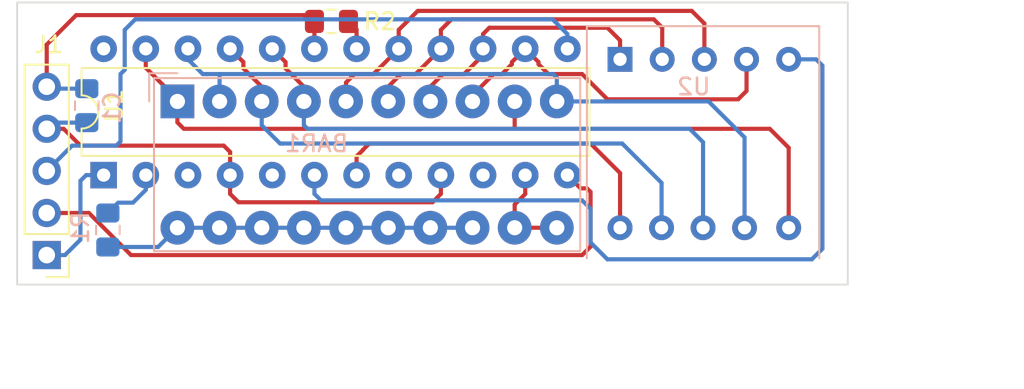
<source format=kicad_pcb>
(kicad_pcb (version 20171130) (host pcbnew 5.0.2+dfsg1-1)

  (general
    (thickness 1.6)
    (drawings 6)
    (tracks 174)
    (zones 0)
    (modules 7)
    (nets 20)
  )

  (page A4)
  (layers
    (0 F.Cu signal)
    (31 B.Cu signal)
    (32 B.Adhes user)
    (33 F.Adhes user)
    (34 B.Paste user)
    (35 F.Paste user)
    (36 B.SilkS user)
    (37 F.SilkS user)
    (38 B.Mask user)
    (39 F.Mask user)
    (40 Dwgs.User user)
    (41 Cmts.User user)
    (42 Eco1.User user)
    (43 Eco2.User user)
    (44 Edge.Cuts user)
    (45 Margin user)
    (46 B.CrtYd user)
    (47 F.CrtYd user)
    (48 B.Fab user)
    (49 F.Fab user)
  )

  (setup
    (last_trace_width 0.25)
    (trace_clearance 0.2)
    (zone_clearance 0.508)
    (zone_45_only no)
    (trace_min 0.2)
    (segment_width 0.2)
    (edge_width 0.1)
    (via_size 0.8)
    (via_drill 0.4)
    (via_min_size 0.4)
    (via_min_drill 0.3)
    (uvia_size 0.3)
    (uvia_drill 0.1)
    (uvias_allowed no)
    (uvia_min_size 0.2)
    (uvia_min_drill 0.1)
    (pcb_text_width 0.3)
    (pcb_text_size 1.5 1.5)
    (mod_edge_width 0.15)
    (mod_text_size 1 1)
    (mod_text_width 0.15)
    (pad_size 1.5 1.5)
    (pad_drill 0.6)
    (pad_to_mask_clearance 0)
    (solder_mask_min_width 0.25)
    (aux_axis_origin 0 0)
    (visible_elements FFFFFF7F)
    (pcbplotparams
      (layerselection 0x010f0_ffffffff)
      (usegerberextensions true)
      (usegerberattributes false)
      (usegerberadvancedattributes false)
      (creategerberjobfile false)
      (excludeedgelayer true)
      (linewidth 0.100000)
      (plotframeref false)
      (viasonmask false)
      (mode 1)
      (useauxorigin false)
      (hpglpennumber 1)
      (hpglpenspeed 20)
      (hpglpendiameter 15.000000)
      (psnegative false)
      (psa4output false)
      (plotreference true)
      (plotvalue true)
      (plotinvisibletext false)
      (padsonsilk false)
      (subtractmaskfromsilk false)
      (outputformat 1)
      (mirror false)
      (drillshape 0)
      (scaleselection 1)
      (outputdirectory "../out-disp/"))
  )

  (net 0 "")
  (net 1 "Net-(BAR1-Pad1)")
  (net 2 "Net-(BAR1-Pad10)")
  (net 3 "Net-(BAR1-Pad3)")
  (net 4 "Net-(BAR1-Pad4)")
  (net 5 "Net-(BAR1-Pad13)")
  (net 6 "Net-(BAR1-Pad5)")
  (net 7 "Net-(BAR1-Pad6)")
  (net 8 "Net-(BAR1-Pad7)")
  (net 9 "Net-(BAR1-Pad8)")
  (net 10 "Net-(BAR1-Pad11)")
  (net 11 "Net-(C1-Pad2)")
  (net 12 "Net-(J1-Pad1)")
  (net 13 "Net-(J1-Pad2)")
  (net 14 "Net-(J1-Pad3)")
  (net 15 "Net-(R2-Pad2)")
  (net 16 "Net-(U1-Pad6)")
  (net 17 "Net-(U1-Pad7)")
  (net 18 "Net-(C1-Pad1)")
  (net 19 "Net-(R1-Pad2)")

  (net_class Default "Это класс цепей по умолчанию."
    (clearance 0.2)
    (trace_width 0.25)
    (via_dia 0.8)
    (via_drill 0.4)
    (uvia_dia 0.3)
    (uvia_drill 0.1)
    (add_net "Net-(BAR1-Pad1)")
    (add_net "Net-(BAR1-Pad10)")
    (add_net "Net-(BAR1-Pad11)")
    (add_net "Net-(BAR1-Pad13)")
    (add_net "Net-(BAR1-Pad3)")
    (add_net "Net-(BAR1-Pad4)")
    (add_net "Net-(BAR1-Pad5)")
    (add_net "Net-(BAR1-Pad6)")
    (add_net "Net-(BAR1-Pad7)")
    (add_net "Net-(BAR1-Pad8)")
    (add_net "Net-(C1-Pad1)")
    (add_net "Net-(C1-Pad2)")
    (add_net "Net-(J1-Pad1)")
    (add_net "Net-(J1-Pad2)")
    (add_net "Net-(J1-Pad3)")
    (add_net "Net-(R1-Pad2)")
    (add_net "Net-(R2-Pad2)")
    (add_net "Net-(U1-Pad6)")
    (add_net "Net-(U1-Pad7)")
  )

  (module Connector_PinHeader_2.54mm:PinHeader_1x05_P2.54mm_Vertical (layer F.Cu) (tedit 59FED5CC) (tstamp 5DC3FE86)
    (at 125.476 82.296 180)
    (descr "Through hole straight pin header, 1x05, 2.54mm pitch, single row")
    (tags "Through hole pin header THT 1x05 2.54mm single row")
    (path /5DC2DEB0)
    (fp_text reference J1 (at -0.127 12.7 180) (layer F.SilkS)
      (effects (font (size 1 1) (thickness 0.15)))
    )
    (fp_text value Display (at 0 12.49 180) (layer F.Fab)
      (effects (font (size 1 1) (thickness 0.15)))
    )
    (fp_line (start -0.635 -1.27) (end 1.27 -1.27) (layer F.Fab) (width 0.1))
    (fp_line (start 1.27 -1.27) (end 1.27 11.43) (layer F.Fab) (width 0.1))
    (fp_line (start 1.27 11.43) (end -1.27 11.43) (layer F.Fab) (width 0.1))
    (fp_line (start -1.27 11.43) (end -1.27 -0.635) (layer F.Fab) (width 0.1))
    (fp_line (start -1.27 -0.635) (end -0.635 -1.27) (layer F.Fab) (width 0.1))
    (fp_line (start -1.33 11.49) (end 1.33 11.49) (layer F.SilkS) (width 0.12))
    (fp_line (start -1.33 1.27) (end -1.33 11.49) (layer F.SilkS) (width 0.12))
    (fp_line (start 1.33 1.27) (end 1.33 11.49) (layer F.SilkS) (width 0.12))
    (fp_line (start -1.33 1.27) (end 1.33 1.27) (layer F.SilkS) (width 0.12))
    (fp_line (start -1.33 0) (end -1.33 -1.33) (layer F.SilkS) (width 0.12))
    (fp_line (start -1.33 -1.33) (end 0 -1.33) (layer F.SilkS) (width 0.12))
    (fp_line (start -1.8 -1.8) (end -1.8 11.95) (layer F.CrtYd) (width 0.05))
    (fp_line (start -1.8 11.95) (end 1.8 11.95) (layer F.CrtYd) (width 0.05))
    (fp_line (start 1.8 11.95) (end 1.8 -1.8) (layer F.CrtYd) (width 0.05))
    (fp_line (start 1.8 -1.8) (end -1.8 -1.8) (layer F.CrtYd) (width 0.05))
    (fp_text user %R (at 0 5.08 270) (layer F.Fab)
      (effects (font (size 1 1) (thickness 0.15)))
    )
    (pad 1 thru_hole rect (at 0 0 180) (size 1.7 1.7) (drill 1) (layers *.Cu *.Mask)
      (net 12 "Net-(J1-Pad1)"))
    (pad 2 thru_hole oval (at 0 2.54 180) (size 1.7 1.7) (drill 1) (layers *.Cu *.Mask)
      (net 13 "Net-(J1-Pad2)"))
    (pad 3 thru_hole oval (at 0 5.08 180) (size 1.7 1.7) (drill 1) (layers *.Cu *.Mask)
      (net 14 "Net-(J1-Pad3)"))
    (pad 4 thru_hole oval (at 0 7.62 180) (size 1.7 1.7) (drill 1) (layers *.Cu *.Mask)
      (net 18 "Net-(C1-Pad1)"))
    (pad 5 thru_hole oval (at 0 10.16 180) (size 1.7 1.7) (drill 1) (layers *.Cu *.Mask)
      (net 11 "Net-(C1-Pad2)"))
    (model ${KISYS3DMOD}/Connector_PinHeader_2.54mm.3dshapes/PinHeader_1x05_P2.54mm_Vertical.wrl
      (at (xyz 0 0 0))
      (scale (xyz 1 1 1))
      (rotate (xyz 0 0 0))
    )
  )

  (module Display:HDSP-4830 (layer B.Cu) (tedit 5A02FE80) (tstamp 5DDCD1B7)
    (at 133.35 73.025 270)
    (descr "10-Element Red Bar Graph Array https://docs.broadcom.com/docs/AV02-1798EN")
    (tags "10-Element Red Bar Graph Array")
    (path /5DC58952)
    (fp_text reference BAR1 (at 2.54 -8.382) (layer B.SilkS)
      (effects (font (size 1 1) (thickness 0.15)) (justify mirror))
    )
    (fp_text value HDSP-4830_2 (at 2.89 -25.22 270) (layer B.Fab)
      (effects (font (size 1 1) (thickness 0.15)) (justify mirror))
    )
    (fp_line (start 0 1.7) (end -1.7 1.7) (layer B.SilkS) (width 0.12))
    (fp_line (start -1.7 1.7) (end -1.7 0) (layer B.SilkS) (width 0.12))
    (fp_line (start 0 1.27) (end -1.27 0) (layer B.Fab) (width 0.1))
    (fp_line (start -1.52 -24.38) (end 9.14 -24.38) (layer B.CrtYd) (width 0.05))
    (fp_line (start 9.14 -24.38) (end 9.14 1.52) (layer B.CrtYd) (width 0.05))
    (fp_line (start -1.52 1.52) (end -1.52 -24.38) (layer B.CrtYd) (width 0.05))
    (fp_line (start -1.52 1.52) (end 9.14 1.52) (layer B.CrtYd) (width 0.05))
    (fp_line (start 8.89 1.27) (end 8.89 -24.13) (layer B.Fab) (width 0.1))
    (fp_line (start -1.27 -24.13) (end 8.89 -24.13) (layer B.Fab) (width 0.1))
    (fp_line (start -1.27 0) (end -1.27 -24.13) (layer B.Fab) (width 0.1))
    (fp_text user %R (at 4 -12 270) (layer B.Fab)
      (effects (font (size 1 1) (thickness 0.1)) (justify mirror))
    )
    (fp_line (start 0 1.27) (end 8.89 1.27) (layer B.Fab) (width 0.1))
    (fp_line (start 9.03 -24.27) (end -1.41 -24.27) (layer B.SilkS) (width 0.12))
    (fp_line (start -1.41 -24.27) (end -1.41 1.41) (layer B.SilkS) (width 0.12))
    (fp_line (start -1.41 1.41) (end 9.03 1.41) (layer B.SilkS) (width 0.12))
    (fp_line (start 9.03 1.41) (end 9.03 -24.27) (layer B.SilkS) (width 0.12))
    (pad 1 thru_hole rect (at 0 0) (size 2.032 2.032) (drill 0.9144) (layers *.Cu *.Mask)
      (net 1 "Net-(BAR1-Pad1)"))
    (pad 2 thru_hole circle (at 0 -2.54) (size 2.032 2.032) (drill 0.9144) (layers *.Cu *.Mask)
      (net 2 "Net-(BAR1-Pad10)"))
    (pad 3 thru_hole circle (at 0 -5.08) (size 2.032 2.032) (drill 0.9144) (layers *.Cu *.Mask)
      (net 3 "Net-(BAR1-Pad3)"))
    (pad 4 thru_hole circle (at 0 -7.62) (size 2.032 2.032) (drill 0.9144) (layers *.Cu *.Mask)
      (net 4 "Net-(BAR1-Pad4)"))
    (pad 13 thru_hole circle (at 7.62 -17.78) (size 2.032 2.032) (drill 0.9144) (layers *.Cu *.Mask)
      (net 5 "Net-(BAR1-Pad13)"))
    (pad 14 thru_hole circle (at 7.62 -15.24) (size 2.032 2.032) (drill 0.9144) (layers *.Cu *.Mask)
      (net 5 "Net-(BAR1-Pad13)"))
    (pad 15 thru_hole circle (at 7.62 -12.7) (size 2.032 2.032) (drill 0.9144) (layers *.Cu *.Mask)
      (net 5 "Net-(BAR1-Pad13)"))
    (pad 16 thru_hole circle (at 7.62 -10.16) (size 2.032 2.032) (drill 0.9144) (layers *.Cu *.Mask)
      (net 5 "Net-(BAR1-Pad13)"))
    (pad 5 thru_hole circle (at 0 -10.16) (size 2.032 2.032) (drill 0.9144) (layers *.Cu *.Mask)
      (net 6 "Net-(BAR1-Pad5)"))
    (pad 6 thru_hole circle (at 0 -12.7) (size 2.032 2.032) (drill 0.9144) (layers *.Cu *.Mask)
      (net 7 "Net-(BAR1-Pad6)"))
    (pad 7 thru_hole circle (at 0 -15.24) (size 2.032 2.032) (drill 0.9144) (layers *.Cu *.Mask)
      (net 8 "Net-(BAR1-Pad7)"))
    (pad 8 thru_hole circle (at 0 -17.78) (size 2.032 2.032) (drill 0.9144) (layers *.Cu *.Mask)
      (net 9 "Net-(BAR1-Pad8)"))
    (pad 12 thru_hole circle (at 7.62 -20.32) (size 2.032 2.032) (drill 0.9144) (layers *.Cu *.Mask)
      (net 10 "Net-(BAR1-Pad11)"))
    (pad 11 thru_hole circle (at 7.62 -22.86) (size 2.032 2.032) (drill 0.9144) (layers *.Cu *.Mask)
      (net 10 "Net-(BAR1-Pad11)"))
    (pad 10 thru_hole circle (at 0 -22.86) (size 2.032 2.032) (drill 0.9144) (layers *.Cu *.Mask)
      (net 2 "Net-(BAR1-Pad10)"))
    (pad 9 thru_hole circle (at 0 -20.32) (size 2.032 2.032) (drill 0.9144) (layers *.Cu *.Mask)
      (net 1 "Net-(BAR1-Pad1)"))
    (pad 17 thru_hole circle (at 7.62 -7.62) (size 2.032 2.032) (drill 0.9144) (layers *.Cu *.Mask)
      (net 5 "Net-(BAR1-Pad13)"))
    (pad 18 thru_hole circle (at 7.62 -5.08) (size 2.032 2.032) (drill 0.9144) (layers *.Cu *.Mask)
      (net 5 "Net-(BAR1-Pad13)"))
    (pad 19 thru_hole circle (at 7.62 -2.54) (size 2.032 2.032) (drill 0.9144) (layers *.Cu *.Mask)
      (net 5 "Net-(BAR1-Pad13)"))
    (pad 20 thru_hole circle (at 7.62 0) (size 2.032 2.032) (drill 0.9144) (layers *.Cu *.Mask)
      (net 5 "Net-(BAR1-Pad13)"))
    (model ${KISYS3DMOD}/Display.3dshapes/HDSP-4830.wrl
      (at (xyz 0 0 0))
      (scale (xyz 1 1 1))
      (rotate (xyz 0 0 0))
    )
  )

  (module Capacitor_SMD:C_0805_2012Metric_Pad1.15x1.40mm_HandSolder (layer B.Cu) (tedit 5B36C52B) (tstamp 5DC3FE6D)
    (at 127.889 73.279 90)
    (descr "Capacitor SMD 0805 (2012 Metric), square (rectangular) end terminal, IPC_7351 nominal with elongated pad for handsoldering. (Body size source: https://docs.google.com/spreadsheets/d/1BsfQQcO9C6DZCsRaXUlFlo91Tg2WpOkGARC1WS5S8t0/edit?usp=sharing), generated with kicad-footprint-generator")
    (tags "capacitor handsolder")
    (path /5DC2FC7E)
    (attr smd)
    (fp_text reference C1 (at -0.127 1.524 90) (layer B.SilkS)
      (effects (font (size 1 1) (thickness 0.15)) (justify mirror))
    )
    (fp_text value C (at 0 -1.65 90) (layer B.Fab)
      (effects (font (size 1 1) (thickness 0.15)) (justify mirror))
    )
    (fp_line (start -1 -0.6) (end -1 0.6) (layer B.Fab) (width 0.1))
    (fp_line (start -1 0.6) (end 1 0.6) (layer B.Fab) (width 0.1))
    (fp_line (start 1 0.6) (end 1 -0.6) (layer B.Fab) (width 0.1))
    (fp_line (start 1 -0.6) (end -1 -0.6) (layer B.Fab) (width 0.1))
    (fp_line (start -0.261252 0.71) (end 0.261252 0.71) (layer B.SilkS) (width 0.12))
    (fp_line (start -0.261252 -0.71) (end 0.261252 -0.71) (layer B.SilkS) (width 0.12))
    (fp_line (start -1.85 -0.95) (end -1.85 0.95) (layer B.CrtYd) (width 0.05))
    (fp_line (start -1.85 0.95) (end 1.85 0.95) (layer B.CrtYd) (width 0.05))
    (fp_line (start 1.85 0.95) (end 1.85 -0.95) (layer B.CrtYd) (width 0.05))
    (fp_line (start 1.85 -0.95) (end -1.85 -0.95) (layer B.CrtYd) (width 0.05))
    (fp_text user %R (at 0 0 90) (layer B.Fab)
      (effects (font (size 0.5 0.5) (thickness 0.08)) (justify mirror))
    )
    (pad 1 smd roundrect (at -1.025 0 90) (size 1.15 1.4) (layers B.Cu B.Paste B.Mask) (roundrect_rratio 0.217391)
      (net 18 "Net-(C1-Pad1)"))
    (pad 2 smd roundrect (at 1.025 0 90) (size 1.15 1.4) (layers B.Cu B.Paste B.Mask) (roundrect_rratio 0.217391)
      (net 11 "Net-(C1-Pad2)"))
    (model ${KISYS3DMOD}/Capacitor_SMD.3dshapes/C_0805_2012Metric.wrl
      (at (xyz 0 0 0))
      (scale (xyz 1 1 1))
      (rotate (xyz 0 0 0))
    )
  )

  (module Resistor_SMD:R_0805_2012Metric_Pad1.15x1.40mm_HandSolder (layer B.Cu) (tedit 5B36C52B) (tstamp 5DC41FBD)
    (at 129.159 80.781 90)
    (descr "Resistor SMD 0805 (2012 Metric), square (rectangular) end terminal, IPC_7351 nominal with elongated pad for handsoldering. (Body size source: https://docs.google.com/spreadsheets/d/1BsfQQcO9C6DZCsRaXUlFlo91Tg2WpOkGARC1WS5S8t0/edit?usp=sharing), generated with kicad-footprint-generator")
    (tags "resistor handsolder")
    (path /5DC71FB9)
    (attr smd)
    (fp_text reference R1 (at 0.136 -1.651 90) (layer B.SilkS)
      (effects (font (size 1 1) (thickness 0.15)) (justify mirror))
    )
    (fp_text value R (at 2.93 -0.635 90) (layer B.Fab)
      (effects (font (size 1 1) (thickness 0.15)) (justify mirror))
    )
    (fp_text user %R (at -2.785 -0.635 90) (layer B.Fab)
      (effects (font (size 0.5 0.5) (thickness 0.08)) (justify mirror))
    )
    (fp_line (start 1.85 -0.95) (end -1.85 -0.95) (layer B.CrtYd) (width 0.05))
    (fp_line (start 1.85 0.95) (end 1.85 -0.95) (layer B.CrtYd) (width 0.05))
    (fp_line (start -1.85 0.95) (end 1.85 0.95) (layer B.CrtYd) (width 0.05))
    (fp_line (start -1.85 -0.95) (end -1.85 0.95) (layer B.CrtYd) (width 0.05))
    (fp_line (start -0.261252 -0.71) (end 0.261252 -0.71) (layer B.SilkS) (width 0.12))
    (fp_line (start -0.261252 0.71) (end 0.261252 0.71) (layer B.SilkS) (width 0.12))
    (fp_line (start 1 -0.6) (end -1 -0.6) (layer B.Fab) (width 0.1))
    (fp_line (start 1 0.6) (end 1 -0.6) (layer B.Fab) (width 0.1))
    (fp_line (start -1 0.6) (end 1 0.6) (layer B.Fab) (width 0.1))
    (fp_line (start -1 -0.6) (end -1 0.6) (layer B.Fab) (width 0.1))
    (pad 2 smd roundrect (at 1.025 0 90) (size 1.15 1.4) (layers B.Cu B.Paste B.Mask) (roundrect_rratio 0.217391)
      (net 19 "Net-(R1-Pad2)"))
    (pad 1 smd roundrect (at -1.025 0 90) (size 1.15 1.4) (layers B.Cu B.Paste B.Mask) (roundrect_rratio 0.217391)
      (net 5 "Net-(BAR1-Pad13)"))
    (model ${KISYS3DMOD}/Resistor_SMD.3dshapes/R_0805_2012Metric.wrl
      (at (xyz 0 0 0))
      (scale (xyz 1 1 1))
      (rotate (xyz 0 0 0))
    )
  )

  (module Resistor_SMD:R_0805_2012Metric_Pad1.15x1.40mm_HandSolder (layer F.Cu) (tedit 5B36C52B) (tstamp 5DC3FEA8)
    (at 142.63 68.199)
    (descr "Resistor SMD 0805 (2012 Metric), square (rectangular) end terminal, IPC_7351 nominal with elongated pad for handsoldering. (Body size source: https://docs.google.com/spreadsheets/d/1BsfQQcO9C6DZCsRaXUlFlo91Tg2WpOkGARC1WS5S8t0/edit?usp=sharing), generated with kicad-footprint-generator")
    (tags "resistor handsolder")
    (path /5DD6AEDF)
    (attr smd)
    (fp_text reference R2 (at 2.912 0) (layer F.SilkS)
      (effects (font (size 1 1) (thickness 0.15)))
    )
    (fp_text value R (at 0 1.65) (layer F.Fab)
      (effects (font (size 1 1) (thickness 0.15)))
    )
    (fp_line (start -1 0.6) (end -1 -0.6) (layer F.Fab) (width 0.1))
    (fp_line (start -1 -0.6) (end 1 -0.6) (layer F.Fab) (width 0.1))
    (fp_line (start 1 -0.6) (end 1 0.6) (layer F.Fab) (width 0.1))
    (fp_line (start 1 0.6) (end -1 0.6) (layer F.Fab) (width 0.1))
    (fp_line (start -0.261252 -0.71) (end 0.261252 -0.71) (layer F.SilkS) (width 0.12))
    (fp_line (start -0.261252 0.71) (end 0.261252 0.71) (layer F.SilkS) (width 0.12))
    (fp_line (start -1.85 0.95) (end -1.85 -0.95) (layer F.CrtYd) (width 0.05))
    (fp_line (start -1.85 -0.95) (end 1.85 -0.95) (layer F.CrtYd) (width 0.05))
    (fp_line (start 1.85 -0.95) (end 1.85 0.95) (layer F.CrtYd) (width 0.05))
    (fp_line (start 1.85 0.95) (end -1.85 0.95) (layer F.CrtYd) (width 0.05))
    (fp_text user %R (at -2.93 -0.635) (layer F.Fab)
      (effects (font (size 0.5 0.5) (thickness 0.08)))
    )
    (pad 1 smd roundrect (at -1.025 0) (size 1.15 1.4) (layers F.Cu F.Paste F.Mask) (roundrect_rratio 0.217391)
      (net 11 "Net-(C1-Pad2)"))
    (pad 2 smd roundrect (at 1.025 0) (size 1.15 1.4) (layers F.Cu F.Paste F.Mask) (roundrect_rratio 0.217391)
      (net 15 "Net-(R2-Pad2)"))
    (model ${KISYS3DMOD}/Resistor_SMD.3dshapes/R_0805_2012Metric.wrl
      (at (xyz 0 0 0))
      (scale (xyz 1 1 1))
      (rotate (xyz 0 0 0))
    )
  )

  (module Package_DIP:DIP-24_W7.62mm (layer F.Cu) (tedit 5A02E8C5) (tstamp 5DC44BEF)
    (at 128.905 77.47 90)
    (descr "24-lead though-hole mounted DIP package, row spacing 7.62 mm (300 mils)")
    (tags "THT DIP DIL PDIP 2.54mm 7.62mm 300mil")
    (path /5DC4BBDF)
    (fp_text reference U1 (at 4.191 0.635 90) (layer F.SilkS)
      (effects (font (size 1 1) (thickness 0.15)))
    )
    (fp_text value MAX7219 (at 3.81 30.27 90) (layer F.Fab)
      (effects (font (size 1 1) (thickness 0.15)))
    )
    (fp_arc (start 3.81 -1.33) (end 2.81 -1.33) (angle -180) (layer F.SilkS) (width 0.12))
    (fp_line (start 1.635 -1.27) (end 6.985 -1.27) (layer F.Fab) (width 0.1))
    (fp_line (start 6.985 -1.27) (end 6.985 29.21) (layer F.Fab) (width 0.1))
    (fp_line (start 6.985 29.21) (end 0.635 29.21) (layer F.Fab) (width 0.1))
    (fp_line (start 0.635 29.21) (end 0.635 -0.27) (layer F.Fab) (width 0.1))
    (fp_line (start 0.635 -0.27) (end 1.635 -1.27) (layer F.Fab) (width 0.1))
    (fp_line (start 2.81 -1.33) (end 1.16 -1.33) (layer F.SilkS) (width 0.12))
    (fp_line (start 1.16 -1.33) (end 1.16 29.27) (layer F.SilkS) (width 0.12))
    (fp_line (start 1.16 29.27) (end 6.46 29.27) (layer F.SilkS) (width 0.12))
    (fp_line (start 6.46 29.27) (end 6.46 -1.33) (layer F.SilkS) (width 0.12))
    (fp_line (start 6.46 -1.33) (end 4.81 -1.33) (layer F.SilkS) (width 0.12))
    (fp_line (start -1.1 -1.55) (end -1.1 29.5) (layer F.CrtYd) (width 0.05))
    (fp_line (start -1.1 29.5) (end 8.7 29.5) (layer F.CrtYd) (width 0.05))
    (fp_line (start 8.7 29.5) (end 8.7 -1.55) (layer F.CrtYd) (width 0.05))
    (fp_line (start 8.7 -1.55) (end -1.1 -1.55) (layer F.CrtYd) (width 0.05))
    (fp_text user %R (at 3.81 13.97 90) (layer F.Fab)
      (effects (font (size 1 1) (thickness 0.15)))
    )
    (pad 1 thru_hole rect (at 0 0 90) (size 1.6 1.6) (drill 0.8) (layers *.Cu *.Mask)
      (net 12 "Net-(J1-Pad1)"))
    (pad 13 thru_hole oval (at 7.62 27.94 90) (size 1.6 1.6) (drill 0.8) (layers *.Cu *.Mask)
      (net 14 "Net-(J1-Pad3)"))
    (pad 2 thru_hole oval (at 0 2.54 90) (size 1.6 1.6) (drill 0.8) (layers *.Cu *.Mask)
      (net 19 "Net-(R1-Pad2)"))
    (pad 14 thru_hole oval (at 7.62 25.4 90) (size 1.6 1.6) (drill 0.8) (layers *.Cu *.Mask)
      (net 9 "Net-(BAR1-Pad8)"))
    (pad 3 thru_hole oval (at 0 5.08 90) (size 1.6 1.6) (drill 0.8) (layers *.Cu *.Mask))
    (pad 15 thru_hole oval (at 7.62 22.86 90) (size 1.6 1.6) (drill 0.8) (layers *.Cu *.Mask)
      (net 8 "Net-(BAR1-Pad7)"))
    (pad 4 thru_hole oval (at 0 7.62 90) (size 1.6 1.6) (drill 0.8) (layers *.Cu *.Mask)
      (net 18 "Net-(C1-Pad1)"))
    (pad 16 thru_hole oval (at 7.62 20.32 90) (size 1.6 1.6) (drill 0.8) (layers *.Cu *.Mask)
      (net 7 "Net-(BAR1-Pad6)"))
    (pad 5 thru_hole oval (at 0 10.16 90) (size 1.6 1.6) (drill 0.8) (layers *.Cu *.Mask))
    (pad 17 thru_hole oval (at 7.62 17.78 90) (size 1.6 1.6) (drill 0.8) (layers *.Cu *.Mask)
      (net 6 "Net-(BAR1-Pad5)"))
    (pad 6 thru_hole oval (at 0 12.7 90) (size 1.6 1.6) (drill 0.8) (layers *.Cu *.Mask)
      (net 16 "Net-(U1-Pad6)"))
    (pad 18 thru_hole oval (at 7.62 15.24 90) (size 1.6 1.6) (drill 0.8) (layers *.Cu *.Mask)
      (net 15 "Net-(R2-Pad2)"))
    (pad 7 thru_hole oval (at 0 15.24 90) (size 1.6 1.6) (drill 0.8) (layers *.Cu *.Mask)
      (net 17 "Net-(U1-Pad7)"))
    (pad 19 thru_hole oval (at 7.62 12.7 90) (size 1.6 1.6) (drill 0.8) (layers *.Cu *.Mask)
      (net 11 "Net-(C1-Pad2)"))
    (pad 8 thru_hole oval (at 0 17.78 90) (size 1.6 1.6) (drill 0.8) (layers *.Cu *.Mask))
    (pad 20 thru_hole oval (at 7.62 10.16 90) (size 1.6 1.6) (drill 0.8) (layers *.Cu *.Mask)
      (net 4 "Net-(BAR1-Pad4)"))
    (pad 9 thru_hole oval (at 0 20.32 90) (size 1.6 1.6) (drill 0.8) (layers *.Cu *.Mask)
      (net 18 "Net-(C1-Pad1)"))
    (pad 21 thru_hole oval (at 7.62 7.62 90) (size 1.6 1.6) (drill 0.8) (layers *.Cu *.Mask)
      (net 3 "Net-(BAR1-Pad3)"))
    (pad 10 thru_hole oval (at 0 22.86 90) (size 1.6 1.6) (drill 0.8) (layers *.Cu *.Mask))
    (pad 22 thru_hole oval (at 7.62 5.08 90) (size 1.6 1.6) (drill 0.8) (layers *.Cu *.Mask)
      (net 2 "Net-(BAR1-Pad10)"))
    (pad 11 thru_hole oval (at 0 25.4 90) (size 1.6 1.6) (drill 0.8) (layers *.Cu *.Mask)
      (net 10 "Net-(BAR1-Pad11)"))
    (pad 23 thru_hole oval (at 7.62 2.54 90) (size 1.6 1.6) (drill 0.8) (layers *.Cu *.Mask)
      (net 1 "Net-(BAR1-Pad1)"))
    (pad 12 thru_hole oval (at 0 27.94 90) (size 1.6 1.6) (drill 0.8) (layers *.Cu *.Mask)
      (net 13 "Net-(J1-Pad2)"))
    (pad 24 thru_hole oval (at 7.62 0 90) (size 1.6 1.6) (drill 0.8) (layers *.Cu *.Mask))
    (model ${KISYS3DMOD}/Package_DIP.3dshapes/DIP-24_W7.62mm.wrl
      (at (xyz 0 0 0))
      (scale (xyz 1 1 1))
      (rotate (xyz 0 0 0))
    )
  )

  (module Display_7Segment:LED_036-2 (layer B.Cu) (tedit 5DC40D4D) (tstamp 5DC41A66)
    (at 160.02 70.485 270)
    (descr http://www.everlight.com/file/ProductFile/D426SYGWA-S530-E2.pdf)
    (tags "Double digit 7 segment brilliant yellow green LED")
    (path /5DC5A49C)
    (fp_text reference U2 (at 1.651 -4.445) (layer B.SilkS)
      (effects (font (size 1 1) (thickness 0.15)) (justify mirror))
    )
    (fp_text value HDSM-543B (at 3.683 -12.954 270) (layer B.Fab)
      (effects (font (size 1 1) (thickness 0.15)) (justify mirror))
    )
    (fp_line (start -0.75 0) (end -1.75 1) (layer B.Fab) (width 0.1))
    (fp_line (start -2 1) (end -2 2) (layer B.Fab) (width 0.1))
    (fp_line (start 12 2) (end 12 -12) (layer B.CrtYd) (width 0.05))
    (fp_line (start -1.75 -1) (end -0.75 0) (layer B.Fab) (width 0.1))
    (fp_line (start -2 2) (end 12 2) (layer B.SilkS) (width 0.12))
    (fp_line (start 12 -12) (end -2 -12) (layer B.SilkS) (width 0.12))
    (fp_line (start -2 -12) (end -2 2) (layer B.SilkS) (width 0.12))
    (fp_line (start -1.75 2) (end 12 2) (layer B.Fab) (width 0.1))
    (fp_line (start 12 2) (end 12 -12) (layer B.Fab) (width 0.1))
    (fp_line (start 12 -12) (end -2 -12) (layer B.Fab) (width 0.1))
    (fp_line (start -2 -12) (end -2 -1) (layer B.Fab) (width 0.1))
    (fp_text user %R (at 7 -5 270) (layer B.Fab)
      (effects (font (size 1 1) (thickness 0.15)) (justify mirror))
    )
    (pad 1 thru_hole rect (at 0 0 270) (size 1.5 1.5) (drill 0.8) (layers *.Cu *.Mask)
      (net 8 "Net-(BAR1-Pad7)"))
    (pad 2 thru_hole circle (at 0 -2.54 270) (size 1.5 1.5) (drill 0.8) (layers *.Cu *.Mask)
      (net 7 "Net-(BAR1-Pad6)"))
    (pad 3 thru_hole circle (at 0 -5.08 270) (size 1.5 1.5) (drill 0.8) (layers *.Cu *.Mask)
      (net 6 "Net-(BAR1-Pad5)"))
    (pad 4 thru_hole circle (at 0 -7.62 270) (size 1.5 1.5) (drill 0.8) (layers *.Cu *.Mask)
      (net 9 "Net-(BAR1-Pad8)"))
    (pad 5 thru_hole circle (at 0 -10.16 270) (size 1.5 1.5) (drill 0.8) (layers *.Cu *.Mask)
      (net 16 "Net-(U1-Pad6)"))
    (pad 6 thru_hole circle (at 10.16 -10.16 270) (size 1.5 1.5) (drill 0.8) (layers *.Cu *.Mask)
      (net 1 "Net-(BAR1-Pad1)"))
    (pad 7 thru_hole circle (at 10.16 -7.5 270) (size 1.5 1.5) (drill 0.8) (layers *.Cu *.Mask)
      (net 2 "Net-(BAR1-Pad10)"))
    (pad 8 thru_hole circle (at 10.16 -5 270) (size 1.5 1.5) (drill 0.8) (layers *.Cu *.Mask)
      (net 4 "Net-(BAR1-Pad4)"))
    (pad 9 thru_hole circle (at 10.16 -2.5 270) (size 1.5 1.5) (drill 0.8) (layers *.Cu *.Mask)
      (net 3 "Net-(BAR1-Pad3)"))
    (pad 10 thru_hole circle (at 10.16 0 270) (size 1.5 1.5) (drill 0.8) (layers *.Cu *.Mask)
      (net 17 "Net-(U1-Pad7)"))
    (model ${KISYS3DMOD}/Display_7Segment.3dshapes/ELD_426XXXX.wrl
      (at (xyz 0 0 0))
      (scale (xyz 1 1 1))
      (rotate (xyz 0 0 0))
    )
  )

  (dimension 50.038 (width 0.3) (layer Dwgs.User)
    (gr_text "50,038 мм" (at 148.717 91.762) (layer Dwgs.User)
      (effects (font (size 1.5 1.5) (thickness 0.3)))
    )
    (feature1 (pts (xy 123.698 84.074) (xy 123.698 90.248421)))
    (feature2 (pts (xy 173.736 84.074) (xy 173.736 90.248421)))
    (crossbar (pts (xy 173.736 89.662) (xy 123.698 89.662)))
    (arrow1a (pts (xy 123.698 89.662) (xy 124.824504 89.075579)))
    (arrow1b (pts (xy 123.698 89.662) (xy 124.824504 90.248421)))
    (arrow2a (pts (xy 173.736 89.662) (xy 172.609496 89.075579)))
    (arrow2b (pts (xy 173.736 89.662) (xy 172.609496 90.248421)))
  )
  (dimension 17.018 (width 0.3) (layer Dwgs.User)
    (gr_text "17,018 мм" (at 182.44 75.565 270) (layer Dwgs.User)
      (effects (font (size 1.5 1.5) (thickness 0.3)))
    )
    (feature1 (pts (xy 173.736 84.074) (xy 180.926421 84.074)))
    (feature2 (pts (xy 173.736 67.056) (xy 180.926421 67.056)))
    (crossbar (pts (xy 180.34 67.056) (xy 180.34 84.074)))
    (arrow1a (pts (xy 180.34 84.074) (xy 179.753579 82.947496)))
    (arrow1b (pts (xy 180.34 84.074) (xy 180.926421 82.947496)))
    (arrow2a (pts (xy 180.34 67.056) (xy 179.753579 68.182504)))
    (arrow2b (pts (xy 180.34 67.056) (xy 180.926421 68.182504)))
  )
  (gr_line (start 123.698 84.074) (end 123.698 67.056) (layer Edge.Cuts) (width 0.1))
  (gr_line (start 173.736 84.074) (end 123.698 84.074) (layer Edge.Cuts) (width 0.1))
  (gr_line (start 173.736 67.056) (end 173.736 84.074) (layer Edge.Cuts) (width 0.1))
  (gr_line (start 123.698 67.056) (end 173.736 67.056) (layer Edge.Cuts) (width 0.1))

  (segment (start 170.18 75.819) (end 170.18 80.645) (width 0.25) (layer F.Cu) (net 1))
  (segment (start 169.037 74.676) (end 170.18 75.819) (width 0.25) (layer F.Cu) (net 1))
  (segment (start 153.67 73.025) (end 153.67 74.676) (width 0.25) (layer F.Cu) (net 1))
  (segment (start 152.4 74.676) (end 153.67 74.676) (width 0.25) (layer F.Cu) (net 1))
  (segment (start 153.67 74.676) (end 169.037 74.676) (width 0.25) (layer F.Cu) (net 1))
  (segment (start 133.35 74.291) (end 133.735 74.676) (width 0.25) (layer F.Cu) (net 1))
  (segment (start 133.735 74.676) (end 134.112 74.676) (width 0.25) (layer F.Cu) (net 1))
  (segment (start 133.35 73.025) (end 133.35 74.291) (width 0.25) (layer F.Cu) (net 1))
  (segment (start 134.112 74.676) (end 152.4 74.676) (width 0.25) (layer F.Cu) (net 1))
  (segment (start 133.35 72.898) (end 133.35 73.025) (width 0.25) (layer F.Cu) (net 1))
  (segment (start 131.445 69.85) (end 131.445 70.993) (width 0.25) (layer F.Cu) (net 1))
  (segment (start 131.445 70.993) (end 133.35 72.898) (width 0.25) (layer F.Cu) (net 1))
  (segment (start 133.985 69.85) (end 133.985 70.485) (width 0.25) (layer B.Cu) (net 2))
  (segment (start 134.874 71.374) (end 135.128 71.374) (width 0.25) (layer B.Cu) (net 2))
  (segment (start 133.985 70.485) (end 134.874 71.374) (width 0.25) (layer B.Cu) (net 2))
  (segment (start 135.89 71.58816) (end 135.89 71.374) (width 0.25) (layer B.Cu) (net 2))
  (segment (start 135.128 71.374) (end 135.89 71.374) (width 0.25) (layer B.Cu) (net 2))
  (segment (start 135.89 73.025) (end 135.89 71.58816) (width 0.25) (layer B.Cu) (net 2))
  (segment (start 156.21 71.58816) (end 156.21 73.025) (width 0.25) (layer B.Cu) (net 2))
  (segment (start 155.99584 71.374) (end 156.21 71.58816) (width 0.25) (layer B.Cu) (net 2))
  (segment (start 135.89 71.374) (end 155.99584 71.374) (width 0.25) (layer B.Cu) (net 2))
  (segment (start 167.52 80.645) (end 167.52 75.191) (width 0.25) (layer B.Cu) (net 2))
  (segment (start 165.354 73.025) (end 156.21 73.025) (width 0.25) (layer B.Cu) (net 2))
  (segment (start 167.52 75.191) (end 165.354 73.025) (width 0.25) (layer B.Cu) (net 2))
  (segment (start 162.52 77.938) (end 162.52 80.645) (width 0.25) (layer B.Cu) (net 3))
  (segment (start 160.147 75.565) (end 162.52 77.938) (width 0.25) (layer B.Cu) (net 3))
  (segment (start 139.53316 75.565) (end 139.7 75.565) (width 0.25) (layer B.Cu) (net 3))
  (segment (start 138.43 73.025) (end 138.43 74.46184) (width 0.25) (layer B.Cu) (net 3))
  (segment (start 138.43 74.46184) (end 139.53316 75.565) (width 0.25) (layer B.Cu) (net 3))
  (segment (start 139.7 75.565) (end 160.147 75.565) (width 0.25) (layer B.Cu) (net 3))
  (segment (start 137.324999 71.030999) (end 138.43 72.136) (width 0.25) (layer F.Cu) (net 3))
  (segment (start 136.525 69.85) (end 137.324999 70.649999) (width 0.25) (layer F.Cu) (net 3))
  (segment (start 138.43 72.136) (end 138.43 73.025) (width 0.25) (layer F.Cu) (net 3))
  (segment (start 137.324999 70.649999) (end 137.324999 71.030999) (width 0.25) (layer F.Cu) (net 3))
  (segment (start 165.02 75.485) (end 165.02 80.645) (width 0.25) (layer B.Cu) (net 4))
  (segment (start 164.211 74.676) (end 165.02 75.485) (width 0.25) (layer B.Cu) (net 4))
  (segment (start 141.18416 74.676) (end 141.224 74.676) (width 0.25) (layer B.Cu) (net 4))
  (segment (start 140.97 74.46184) (end 141.18416 74.676) (width 0.25) (layer B.Cu) (net 4))
  (segment (start 140.97 73.025) (end 140.97 74.46184) (width 0.25) (layer B.Cu) (net 4))
  (segment (start 141.224 74.676) (end 164.211 74.676) (width 0.25) (layer B.Cu) (net 4))
  (segment (start 140.97 72.136) (end 140.97 73.025) (width 0.25) (layer F.Cu) (net 4))
  (segment (start 139.864999 71.030999) (end 140.97 72.136) (width 0.25) (layer F.Cu) (net 4))
  (segment (start 139.065 69.85) (end 139.864999 70.649999) (width 0.25) (layer F.Cu) (net 4))
  (segment (start 139.864999 70.649999) (end 139.864999 71.030999) (width 0.25) (layer F.Cu) (net 4))
  (segment (start 132.189 81.806) (end 133.35 80.645) (width 0.25) (layer B.Cu) (net 5))
  (segment (start 129.159 81.806) (end 132.189 81.806) (width 0.25) (layer B.Cu) (net 5))
  (segment (start 134.78684 80.645) (end 135.89 80.645) (width 0.25) (layer B.Cu) (net 5))
  (segment (start 133.35 80.645) (end 134.78684 80.645) (width 0.25) (layer B.Cu) (net 5))
  (segment (start 137.32684 80.645) (end 138.43 80.645) (width 0.25) (layer B.Cu) (net 5))
  (segment (start 135.89 80.645) (end 137.32684 80.645) (width 0.25) (layer B.Cu) (net 5))
  (segment (start 138.43 80.645) (end 140.97 80.645) (width 0.25) (layer B.Cu) (net 5))
  (segment (start 142.40684 80.645) (end 143.51 80.645) (width 0.25) (layer B.Cu) (net 5))
  (segment (start 140.97 80.645) (end 142.40684 80.645) (width 0.25) (layer B.Cu) (net 5))
  (segment (start 144.94684 80.645) (end 146.05 80.645) (width 0.25) (layer B.Cu) (net 5))
  (segment (start 143.51 80.645) (end 144.94684 80.645) (width 0.25) (layer B.Cu) (net 5))
  (segment (start 146.05 80.645) (end 148.59 80.645) (width 0.25) (layer B.Cu) (net 5))
  (segment (start 150.02684 80.645) (end 151.13 80.645) (width 0.25) (layer B.Cu) (net 5))
  (segment (start 148.59 80.645) (end 150.02684 80.645) (width 0.25) (layer B.Cu) (net 5))
  (segment (start 145.161 71.374) (end 146.685 69.85) (width 0.25) (layer F.Cu) (net 6))
  (segment (start 165.1 68.326) (end 165.1 70.485) (width 0.25) (layer F.Cu) (net 6))
  (segment (start 147.828 67.564) (end 164.338 67.564) (width 0.25) (layer F.Cu) (net 6))
  (segment (start 164.338 67.564) (end 165.1 68.326) (width 0.25) (layer F.Cu) (net 6))
  (segment (start 146.685 69.85) (end 146.685 68.707) (width 0.25) (layer F.Cu) (net 6))
  (segment (start 146.685 68.707) (end 147.828 67.564) (width 0.25) (layer F.Cu) (net 6))
  (segment (start 143.51 73.025) (end 143.51 71.882) (width 0.25) (layer F.Cu) (net 6))
  (segment (start 143.51 71.882) (end 144.018 71.374) (width 0.25) (layer F.Cu) (net 6))
  (segment (start 144.018 71.374) (end 145.161 71.374) (width 0.25) (layer F.Cu) (net 6))
  (segment (start 147.701 71.374) (end 149.225 69.85) (width 0.25) (layer F.Cu) (net 7))
  (segment (start 162.56 68.58) (end 162.56 70.485) (width 0.25) (layer F.Cu) (net 7))
  (segment (start 149.86 68.072) (end 162.052 68.072) (width 0.25) (layer F.Cu) (net 7))
  (segment (start 149.225 69.85) (end 149.225 68.707) (width 0.25) (layer F.Cu) (net 7))
  (segment (start 162.052 68.072) (end 162.56 68.58) (width 0.25) (layer F.Cu) (net 7))
  (segment (start 149.225 68.707) (end 149.86 68.072) (width 0.25) (layer F.Cu) (net 7))
  (segment (start 146.05 73.025) (end 146.05 72.136) (width 0.25) (layer F.Cu) (net 7))
  (segment (start 146.812 71.374) (end 147.701 71.374) (width 0.25) (layer F.Cu) (net 7))
  (segment (start 146.05 72.136) (end 146.812 71.374) (width 0.25) (layer F.Cu) (net 7))
  (segment (start 151.765 70.231) (end 151.765 69.85) (width 0.25) (layer F.Cu) (net 8))
  (segment (start 150.622 71.374) (end 151.765 70.231) (width 0.25) (layer F.Cu) (net 8))
  (segment (start 160.02 69.342) (end 160.02 70.485) (width 0.25) (layer F.Cu) (net 8))
  (segment (start 152.146 68.58) (end 159.258 68.58) (width 0.25) (layer F.Cu) (net 8))
  (segment (start 159.258 68.58) (end 160.02 69.342) (width 0.25) (layer F.Cu) (net 8))
  (segment (start 151.765 69.85) (end 151.765 68.961) (width 0.25) (layer F.Cu) (net 8))
  (segment (start 151.765 68.961) (end 152.146 68.58) (width 0.25) (layer F.Cu) (net 8))
  (segment (start 148.59 73.025) (end 148.59 72.136) (width 0.25) (layer F.Cu) (net 8))
  (segment (start 149.352 71.374) (end 150.622 71.374) (width 0.25) (layer F.Cu) (net 8))
  (segment (start 148.59 72.136) (end 149.352 71.374) (width 0.25) (layer F.Cu) (net 8))
  (segment (start 167.132 72.898) (end 167.64 72.39) (width 0.25) (layer F.Cu) (net 9))
  (segment (start 167.64 72.39) (end 167.64 71.560001) (width 0.25) (layer F.Cu) (net 9))
  (segment (start 167.64 71.560001) (end 167.64 70.485) (width 0.25) (layer F.Cu) (net 9))
  (segment (start 155.104999 70.649999) (end 155.104999 70.776999) (width 0.25) (layer F.Cu) (net 9))
  (segment (start 154.305 69.85) (end 155.104999 70.649999) (width 0.25) (layer F.Cu) (net 9))
  (segment (start 155.104999 70.776999) (end 155.702 71.374) (width 0.25) (layer F.Cu) (net 9))
  (segment (start 155.702 71.374) (end 157.734 71.374) (width 0.25) (layer F.Cu) (net 9))
  (segment (start 159.258 72.898) (end 167.132 72.898) (width 0.25) (layer F.Cu) (net 9))
  (segment (start 157.734 71.374) (end 159.258 72.898) (width 0.25) (layer F.Cu) (net 9))
  (segment (start 151.13 73.025) (end 151.13 72.644) (width 0.25) (layer F.Cu) (net 9))
  (segment (start 151.13 72.644) (end 152.4 71.374) (width 0.25) (layer F.Cu) (net 9))
  (segment (start 153.505001 70.649999) (end 153.505001 70.776999) (width 0.25) (layer F.Cu) (net 9))
  (segment (start 154.305 69.85) (end 153.505001 70.649999) (width 0.25) (layer F.Cu) (net 9))
  (segment (start 152.908 71.374) (end 152.4 71.374) (width 0.25) (layer F.Cu) (net 9))
  (segment (start 153.505001 70.776999) (end 152.908 71.374) (width 0.25) (layer F.Cu) (net 9))
  (segment (start 154.305 77.47) (end 154.305 78.613) (width 0.25) (layer F.Cu) (net 10))
  (segment (start 154.305 78.613) (end 153.67 79.248) (width 0.25) (layer F.Cu) (net 10))
  (segment (start 153.67 79.248) (end 153.67 80.645) (width 0.25) (layer F.Cu) (net 10))
  (segment (start 155.10684 80.645) (end 156.21 80.645) (width 0.25) (layer F.Cu) (net 10))
  (segment (start 153.67 80.645) (end 155.10684 80.645) (width 0.25) (layer F.Cu) (net 10))
  (segment (start 125.594 72.254) (end 125.476 72.136) (width 0.25) (layer B.Cu) (net 11))
  (segment (start 127.889 72.254) (end 125.594 72.254) (width 0.25) (layer B.Cu) (net 11))
  (segment (start 141.605 69.85) (end 141.605 68.199) (width 0.25) (layer F.Cu) (net 11))
  (segment (start 125.476 69.596) (end 125.476 72.136) (width 0.25) (layer F.Cu) (net 11))
  (segment (start 127.254 67.818) (end 125.476 69.596) (width 0.25) (layer F.Cu) (net 11))
  (segment (start 140.97 67.818) (end 127.254 67.818) (width 0.25) (layer F.Cu) (net 11))
  (segment (start 141.605 68.199) (end 141.351 68.199) (width 0.25) (layer F.Cu) (net 11))
  (segment (start 141.351 68.199) (end 140.97 67.818) (width 0.25) (layer F.Cu) (net 11))
  (segment (start 127.855 77.47) (end 128.905 77.47) (width 0.25) (layer B.Cu) (net 12))
  (segment (start 127.508 77.817) (end 127.855 77.47) (width 0.25) (layer B.Cu) (net 12))
  (segment (start 127.508 81.364) (end 127.508 77.817) (width 0.25) (layer B.Cu) (net 12))
  (segment (start 126.576 82.296) (end 127.508 81.364) (width 0.25) (layer B.Cu) (net 12))
  (segment (start 125.476 82.296) (end 126.576 82.296) (width 0.25) (layer B.Cu) (net 12))
  (segment (start 129.286 81.026) (end 128.016 79.756) (width 0.25) (layer F.Cu) (net 13))
  (segment (start 157.644999 78.269999) (end 158.025999 78.269999) (width 0.25) (layer F.Cu) (net 13))
  (segment (start 158.242 81.788) (end 157.734 82.296) (width 0.25) (layer F.Cu) (net 13))
  (segment (start 158.025999 78.269999) (end 158.242 78.486) (width 0.25) (layer F.Cu) (net 13))
  (segment (start 128.016 79.756) (end 125.476 79.756) (width 0.25) (layer F.Cu) (net 13))
  (segment (start 156.845 77.47) (end 157.644999 78.269999) (width 0.25) (layer F.Cu) (net 13))
  (segment (start 158.242 78.486) (end 158.242 81.788) (width 0.25) (layer F.Cu) (net 13))
  (segment (start 129.286 81.026) (end 130.556 82.296) (width 0.25) (layer F.Cu) (net 13))
  (segment (start 157.734 82.296) (end 130.556 82.296) (width 0.25) (layer F.Cu) (net 13))
  (segment (start 156.845 68.961) (end 156.845 69.85) (width 0.25) (layer B.Cu) (net 14))
  (segment (start 155.956 68.072) (end 156.845 68.961) (width 0.25) (layer B.Cu) (net 14))
  (segment (start 125.476 77.216) (end 127 75.692) (width 0.25) (layer B.Cu) (net 14))
  (segment (start 127 75.692) (end 129.667 75.692) (width 0.25) (layer B.Cu) (net 14))
  (segment (start 129.667 75.692) (end 129.921 75.438) (width 0.25) (layer B.Cu) (net 14))
  (segment (start 129.921 75.438) (end 129.921 71.374) (width 0.25) (layer B.Cu) (net 14))
  (segment (start 129.921 71.374) (end 130.175 71.12) (width 0.25) (layer B.Cu) (net 14))
  (segment (start 130.175 68.707) (end 130.81 68.072) (width 0.25) (layer B.Cu) (net 14))
  (segment (start 130.175 71.12) (end 130.175 68.707) (width 0.25) (layer B.Cu) (net 14))
  (segment (start 130.81 68.072) (end 155.956 68.072) (width 0.25) (layer B.Cu) (net 14))
  (segment (start 144.145 68.689) (end 143.655 68.199) (width 0.25) (layer F.Cu) (net 15))
  (segment (start 144.145 69.85) (end 144.145 68.689) (width 0.25) (layer F.Cu) (net 15))
  (segment (start 171.831 70.485) (end 170.18 70.485) (width 0.25) (layer B.Cu) (net 16))
  (segment (start 172.212 81.915) (end 172.212 70.866) (width 0.25) (layer B.Cu) (net 16))
  (segment (start 171.577 82.55) (end 172.212 81.915) (width 0.25) (layer B.Cu) (net 16))
  (segment (start 159.258 82.55) (end 171.577 82.55) (width 0.25) (layer B.Cu) (net 16))
  (segment (start 141.605 78.60137) (end 141.99763 78.994) (width 0.25) (layer B.Cu) (net 16))
  (segment (start 172.212 70.866) (end 171.831 70.485) (width 0.25) (layer B.Cu) (net 16))
  (segment (start 141.605 77.47) (end 141.605 78.60137) (width 0.25) (layer B.Cu) (net 16))
  (segment (start 141.99763 78.994) (end 157.734 78.994) (width 0.25) (layer B.Cu) (net 16))
  (segment (start 158.242 81.534) (end 159.258 82.55) (width 0.25) (layer B.Cu) (net 16))
  (segment (start 157.734 78.994) (end 158.242 79.502) (width 0.25) (layer B.Cu) (net 16))
  (segment (start 158.242 79.502) (end 158.242 81.534) (width 0.25) (layer B.Cu) (net 16))
  (segment (start 144.145 76.33863) (end 144.526 75.95763) (width 0.25) (layer F.Cu) (net 17))
  (segment (start 144.145 77.47) (end 144.145 76.33863) (width 0.25) (layer F.Cu) (net 17))
  (segment (start 144.526 75.95763) (end 144.526 75.946) (width 0.25) (layer F.Cu) (net 17))
  (segment (start 144.526 75.946) (end 144.907 75.565) (width 0.25) (layer F.Cu) (net 17))
  (segment (start 144.907 75.565) (end 158.242 75.565) (width 0.25) (layer F.Cu) (net 17))
  (segment (start 158.242 75.565) (end 160.02 77.343) (width 0.25) (layer F.Cu) (net 17))
  (segment (start 160.02 77.343) (end 160.02 80.645) (width 0.25) (layer F.Cu) (net 17))
  (segment (start 136.525 78.60137) (end 136.525 77.47) (width 0.25) (layer F.Cu) (net 18))
  (segment (start 137.033 79.10937) (end 136.525 78.60137) (width 0.25) (layer F.Cu) (net 18))
  (segment (start 148.717 79.10937) (end 137.033 79.10937) (width 0.25) (layer F.Cu) (net 18))
  (segment (start 149.225 78.60137) (end 148.717 79.10937) (width 0.25) (layer F.Cu) (net 18))
  (segment (start 149.225 77.47) (end 149.225 78.60137) (width 0.25) (layer F.Cu) (net 18))
  (segment (start 125.848 74.304) (end 125.476 74.676) (width 0.25) (layer B.Cu) (net 18))
  (segment (start 127.889 74.304) (end 125.848 74.304) (width 0.25) (layer B.Cu) (net 18))
  (segment (start 136.144 75.692) (end 127.508 75.692) (width 0.25) (layer F.Cu) (net 18))
  (segment (start 136.525 77.47) (end 136.525 76.073) (width 0.25) (layer F.Cu) (net 18))
  (segment (start 126.492 74.676) (end 125.476 74.676) (width 0.25) (layer F.Cu) (net 18))
  (segment (start 127.508 75.692) (end 126.492 74.676) (width 0.25) (layer F.Cu) (net 18))
  (segment (start 136.525 76.073) (end 136.144 75.692) (width 0.25) (layer F.Cu) (net 18))
  (segment (start 129.782372 79.132628) (end 129.159 79.756) (width 0.25) (layer B.Cu) (net 19))
  (segment (start 130.671372 79.132628) (end 129.782372 79.132628) (width 0.25) (layer B.Cu) (net 19))
  (segment (start 131.445 77.47) (end 131.445 78.359) (width 0.25) (layer B.Cu) (net 19))
  (segment (start 131.445 78.359) (end 130.671372 79.132628) (width 0.25) (layer B.Cu) (net 19))

)

</source>
